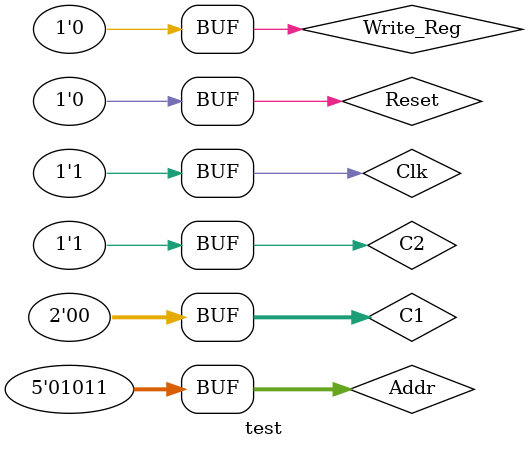
<source format=v>
`timescale 1ns / 1ps


module test;

	// Inputs
	reg [4:0] Addr;
	reg Write_Reg;
	reg [1:0] C1;
	reg C2;
	reg Clk;
	reg Reset;

	// Outputs
	wire [7:0] LED;

	// Instantiate the Unit Under Test (UUT)
	Test_RigisterFile uut (
		.Addr(Addr), 
		.Write_Reg(Write_Reg), 
		.C1(C1), 
		.C2(C2), 
		.Clk(Clk), 
		.Reset(Reset), 
		.LED(LED)
	);

	initial begin
		// Initialize Inputs
		Addr = 5'b01011;
		Write_Reg = 1;
		C1 = 2'b11;
		C2 = 0;
		Clk = 0;
		Reset = 0;
		#50;
		
		Addr = 5'b01011;
		Write_Reg = 1;
		C1 = 2'b11;
		C2 = 0;
		Clk = 1;
		Reset = 0;
		#50;
		
		Addr = 5'b01011;
		Write_Reg = 0;
		C1 = 2'b00;
		C2 = 1;
		Clk = 0;
		Reset = 0;
		#50;
		
		Addr = 5'b01011;
		Write_Reg = 0;
		C1 = 2'b00;
		C2 = 1;
		Clk = 1;
		Reset = 0;
		#50;
  

	end
      
endmodule


</source>
